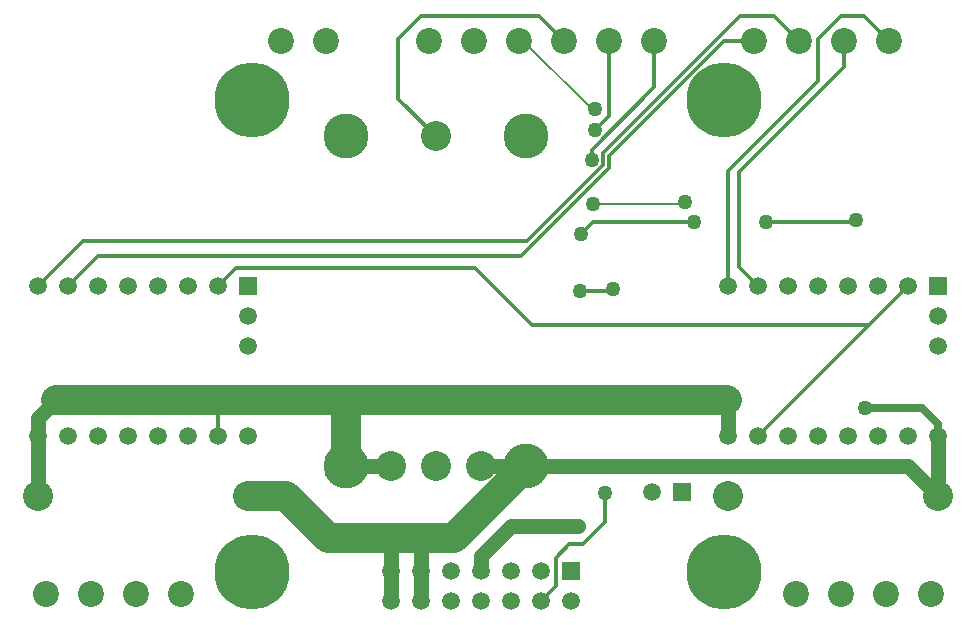
<source format=gbl>
%FSLAX24Y24*%
%MOIN*%
G70*
G01*
G75*
G04 Layer_Physical_Order=2*
G04 Layer_Color=16711680*
%ADD10O,0.0138X0.0787*%
%ADD11R,0.0512X0.0709*%
%ADD12R,0.0335X0.0157*%
%ADD13R,0.0472X0.0551*%
%ADD14R,0.0591X0.0236*%
%ADD15R,0.0551X0.0472*%
%ADD16R,0.0374X0.0748*%
%ADD17R,0.2165X0.2717*%
%ADD18R,0.0984X0.2559*%
%ADD19R,0.0394X0.0551*%
%ADD20C,0.0120*%
%ADD21C,0.0250*%
%ADD22C,0.0500*%
%ADD23C,0.0080*%
%ADD24C,0.1000*%
%ADD25R,0.0591X0.0591*%
%ADD26C,0.0591*%
%ADD27C,0.0866*%
%ADD28C,0.2500*%
%ADD29C,0.1500*%
%ADD30C,0.1000*%
%ADD31R,0.0591X0.0591*%
%ADD32C,0.0500*%
D20*
X27950Y13650D02*
X28000Y13700D01*
X25000Y13650D02*
X27950D01*
X24100Y15300D02*
X27606Y18806D01*
X24100Y12150D02*
Y15300D01*
Y12150D02*
X24750Y11500D01*
X27606Y18806D02*
Y19677D01*
X26750Y18350D02*
Y19750D01*
X23750Y15350D02*
X26750Y18350D01*
X23750Y11500D02*
Y15350D01*
X2250Y13000D02*
X17052D01*
X2750Y12500D02*
X16834D01*
X19250Y13650D02*
X22600D01*
X18850Y13250D02*
X19250Y13650D01*
X19200Y15700D02*
Y16048D01*
X19200Y15700D02*
X19200Y15700D01*
Y16048D02*
X21280Y18128D01*
X19590Y15538D02*
Y15933D01*
X24157Y20500D02*
X25283D01*
X19590Y15933D02*
X24157Y20500D01*
X23617Y19677D02*
X24606D01*
X19790Y15850D02*
X23617Y19677D01*
X19790Y15456D02*
Y15850D01*
X16834Y12500D02*
X19790Y15456D01*
X17052Y13000D02*
X19590Y15538D01*
X21280Y18128D02*
Y19677D01*
X19780Y17180D02*
Y19677D01*
X19300Y16700D02*
X19780Y17180D01*
X18900Y2900D02*
X19650Y3650D01*
X18450Y2900D02*
X18900D01*
X18000Y2450D02*
X18450Y2900D01*
X18000Y1500D02*
Y2450D01*
X19650Y3650D02*
Y4600D01*
X17500Y1000D02*
X18000Y1500D01*
X6750Y6500D02*
Y7700D01*
X28450Y10200D02*
X29750Y11500D01*
X24750Y6500D02*
X28450Y10200D01*
X17200D02*
X28450D01*
X15300Y12100D02*
X17200Y10200D01*
X7350Y12100D02*
X15300D01*
X6750Y11500D02*
X7350Y12100D01*
X19850Y11350D02*
X19900Y11400D01*
X18800Y11350D02*
X19850D01*
X26750Y19750D02*
X27500Y20500D01*
X28283D01*
X29106Y19677D01*
X750Y11500D02*
X2250Y13000D01*
X1750Y11500D02*
X2750Y12500D01*
X25283Y20500D02*
X26106Y19677D01*
X17457Y20500D02*
X18280Y19677D01*
X13500Y20500D02*
X17457D01*
X12750Y19750D02*
X13500Y20500D01*
X12750Y17750D02*
Y19750D01*
Y17750D02*
X14000Y16500D01*
D21*
X28300Y7450D02*
X30200D01*
X30750Y6900D01*
Y6500D02*
Y6900D01*
D22*
X15500Y2000D02*
Y2500D01*
X16500Y3500D01*
X18750D01*
X20100Y5500D02*
X29750D01*
X17000D02*
X20100D01*
X750Y4500D02*
Y6500D01*
Y7100D02*
X1350Y7700D01*
X750Y6500D02*
Y7100D01*
X23750Y6500D02*
Y7650D01*
X23700Y7700D02*
X23750Y7650D01*
X29750Y5500D02*
X30750Y4500D01*
X13500Y2000D02*
Y3100D01*
Y1000D02*
Y2000D01*
X12500D02*
Y3100D01*
Y1000D02*
Y2000D01*
X11000Y5500D02*
X12500D01*
X15500D02*
X17000D01*
X30750Y4500D02*
Y6500D01*
D23*
X19250Y14250D02*
X22250D01*
X22300Y14300D01*
X19200Y17400D02*
X19300D01*
X16923Y19677D02*
X19200Y17400D01*
X16780Y19677D02*
X16923D01*
D24*
X6750Y7700D02*
X10950D01*
X1350D02*
X6750D01*
X10950D02*
X23700D01*
X10950D02*
X11000Y7650D01*
Y5500D02*
Y7650D01*
X13500Y3100D02*
X14600D01*
X12500D02*
X13500D01*
X10400D02*
X12500D01*
X7750Y4500D02*
X9000D01*
X10400Y3100D01*
X14600D02*
X17000Y5500D01*
D25*
X22200Y4650D02*
D03*
X18500Y2000D02*
D03*
D26*
X21216Y4650D02*
D03*
X18500Y1000D02*
D03*
X17500Y2000D02*
D03*
Y1000D02*
D03*
X16500Y2000D02*
D03*
Y1000D02*
D03*
X15500Y2000D02*
D03*
Y1000D02*
D03*
X14500Y2000D02*
D03*
Y1000D02*
D03*
X13500Y2000D02*
D03*
Y1000D02*
D03*
X12500Y2000D02*
D03*
Y1000D02*
D03*
X6750Y11500D02*
D03*
X5750D02*
D03*
X4750D02*
D03*
X3750D02*
D03*
X2750D02*
D03*
X1750D02*
D03*
X750D02*
D03*
X7750Y6500D02*
D03*
X6750D02*
D03*
X5750D02*
D03*
X4750D02*
D03*
X3750D02*
D03*
X2750D02*
D03*
X1750D02*
D03*
X750D02*
D03*
X7750Y10500D02*
D03*
Y9500D02*
D03*
X29750Y11500D02*
D03*
X28750D02*
D03*
X27750D02*
D03*
X26750D02*
D03*
X25750D02*
D03*
X24750D02*
D03*
X23750D02*
D03*
X30750Y6500D02*
D03*
X29750D02*
D03*
X28750D02*
D03*
X27750D02*
D03*
X26750D02*
D03*
X25750D02*
D03*
X24750D02*
D03*
X23750D02*
D03*
X30750Y10500D02*
D03*
Y9500D02*
D03*
D27*
X5500Y1250D02*
D03*
X4000D02*
D03*
X2500D02*
D03*
X1000D02*
D03*
X30500D02*
D03*
X29000D02*
D03*
X27500D02*
D03*
X26000D02*
D03*
X8858Y19677D02*
D03*
X10358D02*
D03*
X18280D02*
D03*
X16780D02*
D03*
X15280D02*
D03*
X13780D02*
D03*
X19780D02*
D03*
X21280D02*
D03*
X24606D02*
D03*
X26106D02*
D03*
X27606D02*
D03*
X29106D02*
D03*
D28*
X7874Y1969D02*
D03*
X23622D02*
D03*
X7874Y17717D02*
D03*
X23622D02*
D03*
D29*
X17000Y16500D02*
D03*
X11000D02*
D03*
Y5500D02*
D03*
X17000D02*
D03*
D30*
X14000Y16500D02*
D03*
X12500Y5500D02*
D03*
X14000D02*
D03*
X15500D02*
D03*
X7750Y4500D02*
D03*
X30750D02*
D03*
X750D02*
D03*
X23750D02*
D03*
D31*
X7750Y11500D02*
D03*
X30750D02*
D03*
D32*
X28000Y13700D02*
D03*
X25000Y13650D02*
D03*
X18850Y13250D02*
D03*
X19250Y14250D02*
D03*
X19200Y15700D02*
D03*
X19300Y17400D02*
D03*
Y16700D02*
D03*
X18750Y3500D02*
D03*
X19650Y4600D02*
D03*
X20100Y5500D02*
D03*
X28300Y7450D02*
D03*
X19900Y11400D02*
D03*
X18800Y11350D02*
D03*
X22600Y13650D02*
D03*
X22300Y14300D02*
D03*
M02*

</source>
